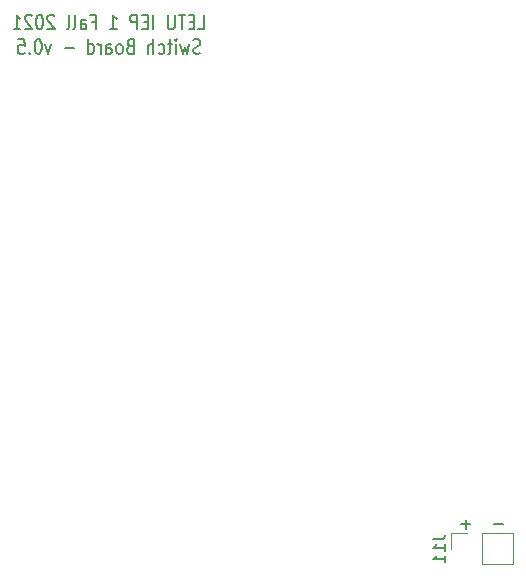
<source format=gbo>
G04 #@! TF.GenerationSoftware,KiCad,Pcbnew,5.1.10*
G04 #@! TF.CreationDate,2021-07-21T04:31:39-05:00*
G04 #@! TF.ProjectId,Power Board,506f7765-7220-4426-9f61-72642e6b6963,rev?*
G04 #@! TF.SameCoordinates,Original*
G04 #@! TF.FileFunction,Legend,Bot*
G04 #@! TF.FilePolarity,Positive*
%FSLAX46Y46*%
G04 Gerber Fmt 4.6, Leading zero omitted, Abs format (unit mm)*
G04 Created by KiCad (PCBNEW 5.1.10) date 2021-07-21 04:31:39*
%MOMM*%
%LPD*%
G01*
G04 APERTURE LIST*
%ADD10C,0.150000*%
%ADD11C,0.200000*%
%ADD12C,0.120000*%
%ADD13C,2.600000*%
%ADD14R,2.600000X2.600000*%
%ADD15O,5.000000X3.200000*%
%ADD16O,4.000000X3.200000*%
%ADD17O,1.700000X1.700000*%
%ADD18R,1.700000X1.700000*%
G04 APERTURE END LIST*
D10*
X76076095Y-174653428D02*
X76838000Y-174653428D01*
X76457047Y-175034380D02*
X76457047Y-174272476D01*
X78838000Y-174653428D02*
X79599904Y-174653428D01*
D11*
X53797619Y-132777976D02*
X54273809Y-132777976D01*
X54273809Y-131527976D01*
X53464285Y-132123214D02*
X53130952Y-132123214D01*
X52988095Y-132777976D02*
X53464285Y-132777976D01*
X53464285Y-131527976D01*
X52988095Y-131527976D01*
X52702380Y-131527976D02*
X52130952Y-131527976D01*
X52416666Y-132777976D02*
X52416666Y-131527976D01*
X51797619Y-131527976D02*
X51797619Y-132539880D01*
X51750000Y-132658928D01*
X51702380Y-132718452D01*
X51607142Y-132777976D01*
X51416666Y-132777976D01*
X51321428Y-132718452D01*
X51273809Y-132658928D01*
X51226190Y-132539880D01*
X51226190Y-131527976D01*
X49988095Y-132777976D02*
X49988095Y-131527976D01*
X49511904Y-132123214D02*
X49178571Y-132123214D01*
X49035714Y-132777976D02*
X49511904Y-132777976D01*
X49511904Y-131527976D01*
X49035714Y-131527976D01*
X48607142Y-132777976D02*
X48607142Y-131527976D01*
X48226190Y-131527976D01*
X48130952Y-131587500D01*
X48083333Y-131647023D01*
X48035714Y-131766071D01*
X48035714Y-131944642D01*
X48083333Y-132063690D01*
X48130952Y-132123214D01*
X48226190Y-132182738D01*
X48607142Y-132182738D01*
X46321428Y-132777976D02*
X46892857Y-132777976D01*
X46607142Y-132777976D02*
X46607142Y-131527976D01*
X46702380Y-131706547D01*
X46797619Y-131825595D01*
X46892857Y-131885119D01*
X44797619Y-132123214D02*
X45130952Y-132123214D01*
X45130952Y-132777976D02*
X45130952Y-131527976D01*
X44654761Y-131527976D01*
X43845238Y-132777976D02*
X43845238Y-132123214D01*
X43892857Y-132004166D01*
X43988095Y-131944642D01*
X44178571Y-131944642D01*
X44273809Y-132004166D01*
X43845238Y-132718452D02*
X43940476Y-132777976D01*
X44178571Y-132777976D01*
X44273809Y-132718452D01*
X44321428Y-132599404D01*
X44321428Y-132480357D01*
X44273809Y-132361309D01*
X44178571Y-132301785D01*
X43940476Y-132301785D01*
X43845238Y-132242261D01*
X43226190Y-132777976D02*
X43321428Y-132718452D01*
X43369047Y-132599404D01*
X43369047Y-131527976D01*
X42702380Y-132777976D02*
X42797619Y-132718452D01*
X42845238Y-132599404D01*
X42845238Y-131527976D01*
X41607142Y-131647023D02*
X41559523Y-131587500D01*
X41464285Y-131527976D01*
X41226190Y-131527976D01*
X41130952Y-131587500D01*
X41083333Y-131647023D01*
X41035714Y-131766071D01*
X41035714Y-131885119D01*
X41083333Y-132063690D01*
X41654761Y-132777976D01*
X41035714Y-132777976D01*
X40416666Y-131527976D02*
X40321428Y-131527976D01*
X40226190Y-131587500D01*
X40178571Y-131647023D01*
X40130952Y-131766071D01*
X40083333Y-132004166D01*
X40083333Y-132301785D01*
X40130952Y-132539880D01*
X40178571Y-132658928D01*
X40226190Y-132718452D01*
X40321428Y-132777976D01*
X40416666Y-132777976D01*
X40511904Y-132718452D01*
X40559523Y-132658928D01*
X40607142Y-132539880D01*
X40654761Y-132301785D01*
X40654761Y-132004166D01*
X40607142Y-131766071D01*
X40559523Y-131647023D01*
X40511904Y-131587500D01*
X40416666Y-131527976D01*
X39702380Y-131647023D02*
X39654761Y-131587500D01*
X39559523Y-131527976D01*
X39321428Y-131527976D01*
X39226190Y-131587500D01*
X39178571Y-131647023D01*
X39130952Y-131766071D01*
X39130952Y-131885119D01*
X39178571Y-132063690D01*
X39750000Y-132777976D01*
X39130952Y-132777976D01*
X38178571Y-132777976D02*
X38750000Y-132777976D01*
X38464285Y-132777976D02*
X38464285Y-131527976D01*
X38559523Y-131706547D01*
X38654761Y-131825595D01*
X38750000Y-131885119D01*
X53964285Y-134793452D02*
X53821428Y-134852976D01*
X53583333Y-134852976D01*
X53488095Y-134793452D01*
X53440476Y-134733928D01*
X53392857Y-134614880D01*
X53392857Y-134495833D01*
X53440476Y-134376785D01*
X53488095Y-134317261D01*
X53583333Y-134257738D01*
X53773809Y-134198214D01*
X53869047Y-134138690D01*
X53916666Y-134079166D01*
X53964285Y-133960119D01*
X53964285Y-133841071D01*
X53916666Y-133722023D01*
X53869047Y-133662500D01*
X53773809Y-133602976D01*
X53535714Y-133602976D01*
X53392857Y-133662500D01*
X53059523Y-134019642D02*
X52869047Y-134852976D01*
X52678571Y-134257738D01*
X52488095Y-134852976D01*
X52297619Y-134019642D01*
X51916666Y-134852976D02*
X51916666Y-134019642D01*
X51916666Y-133602976D02*
X51964285Y-133662500D01*
X51916666Y-133722023D01*
X51869047Y-133662500D01*
X51916666Y-133602976D01*
X51916666Y-133722023D01*
X51583333Y-134019642D02*
X51202380Y-134019642D01*
X51440476Y-133602976D02*
X51440476Y-134674404D01*
X51392857Y-134793452D01*
X51297619Y-134852976D01*
X51202380Y-134852976D01*
X50440476Y-134793452D02*
X50535714Y-134852976D01*
X50726190Y-134852976D01*
X50821428Y-134793452D01*
X50869047Y-134733928D01*
X50916666Y-134614880D01*
X50916666Y-134257738D01*
X50869047Y-134138690D01*
X50821428Y-134079166D01*
X50726190Y-134019642D01*
X50535714Y-134019642D01*
X50440476Y-134079166D01*
X50011904Y-134852976D02*
X50011904Y-133602976D01*
X49583333Y-134852976D02*
X49583333Y-134198214D01*
X49630952Y-134079166D01*
X49726190Y-134019642D01*
X49869047Y-134019642D01*
X49964285Y-134079166D01*
X50011904Y-134138690D01*
X48011904Y-134198214D02*
X47869047Y-134257738D01*
X47821428Y-134317261D01*
X47773809Y-134436309D01*
X47773809Y-134614880D01*
X47821428Y-134733928D01*
X47869047Y-134793452D01*
X47964285Y-134852976D01*
X48345238Y-134852976D01*
X48345238Y-133602976D01*
X48011904Y-133602976D01*
X47916666Y-133662500D01*
X47869047Y-133722023D01*
X47821428Y-133841071D01*
X47821428Y-133960119D01*
X47869047Y-134079166D01*
X47916666Y-134138690D01*
X48011904Y-134198214D01*
X48345238Y-134198214D01*
X47202380Y-134852976D02*
X47297619Y-134793452D01*
X47345238Y-134733928D01*
X47392857Y-134614880D01*
X47392857Y-134257738D01*
X47345238Y-134138690D01*
X47297619Y-134079166D01*
X47202380Y-134019642D01*
X47059523Y-134019642D01*
X46964285Y-134079166D01*
X46916666Y-134138690D01*
X46869047Y-134257738D01*
X46869047Y-134614880D01*
X46916666Y-134733928D01*
X46964285Y-134793452D01*
X47059523Y-134852976D01*
X47202380Y-134852976D01*
X46011904Y-134852976D02*
X46011904Y-134198214D01*
X46059523Y-134079166D01*
X46154761Y-134019642D01*
X46345238Y-134019642D01*
X46440476Y-134079166D01*
X46011904Y-134793452D02*
X46107142Y-134852976D01*
X46345238Y-134852976D01*
X46440476Y-134793452D01*
X46488095Y-134674404D01*
X46488095Y-134555357D01*
X46440476Y-134436309D01*
X46345238Y-134376785D01*
X46107142Y-134376785D01*
X46011904Y-134317261D01*
X45535714Y-134852976D02*
X45535714Y-134019642D01*
X45535714Y-134257738D02*
X45488095Y-134138690D01*
X45440476Y-134079166D01*
X45345238Y-134019642D01*
X45250000Y-134019642D01*
X44488095Y-134852976D02*
X44488095Y-133602976D01*
X44488095Y-134793452D02*
X44583333Y-134852976D01*
X44773809Y-134852976D01*
X44869047Y-134793452D01*
X44916666Y-134733928D01*
X44964285Y-134614880D01*
X44964285Y-134257738D01*
X44916666Y-134138690D01*
X44869047Y-134079166D01*
X44773809Y-134019642D01*
X44583333Y-134019642D01*
X44488095Y-134079166D01*
X43250000Y-134376785D02*
X42488095Y-134376785D01*
X41345238Y-134019642D02*
X41107142Y-134852976D01*
X40869047Y-134019642D01*
X40297619Y-133602976D02*
X40202380Y-133602976D01*
X40107142Y-133662500D01*
X40059523Y-133722023D01*
X40011904Y-133841071D01*
X39964285Y-134079166D01*
X39964285Y-134376785D01*
X40011904Y-134614880D01*
X40059523Y-134733928D01*
X40107142Y-134793452D01*
X40202380Y-134852976D01*
X40297619Y-134852976D01*
X40392857Y-134793452D01*
X40440476Y-134733928D01*
X40488095Y-134614880D01*
X40535714Y-134376785D01*
X40535714Y-134079166D01*
X40488095Y-133841071D01*
X40440476Y-133722023D01*
X40392857Y-133662500D01*
X40297619Y-133602976D01*
X39535714Y-134733928D02*
X39488095Y-134793452D01*
X39535714Y-134852976D01*
X39583333Y-134793452D01*
X39535714Y-134733928D01*
X39535714Y-134852976D01*
X38583333Y-133602976D02*
X39059523Y-133602976D01*
X39107142Y-134198214D01*
X39059523Y-134138690D01*
X38964285Y-134079166D01*
X38726190Y-134079166D01*
X38630952Y-134138690D01*
X38583333Y-134198214D01*
X38535714Y-134317261D01*
X38535714Y-134614880D01*
X38583333Y-134733928D01*
X38630952Y-134793452D01*
X38726190Y-134852976D01*
X38964285Y-134852976D01*
X39059523Y-134793452D01*
X39107142Y-134733928D01*
D12*
X80438000Y-175420000D02*
X80438000Y-178080000D01*
X77838000Y-175420000D02*
X80438000Y-175420000D01*
X77838000Y-178080000D02*
X80438000Y-178080000D01*
X77838000Y-175420000D02*
X77838000Y-178080000D01*
X76568000Y-175420000D02*
X75238000Y-175420000D01*
X75238000Y-175420000D02*
X75238000Y-176750000D01*
D10*
X73690380Y-175940476D02*
X74404666Y-175940476D01*
X74547523Y-175892857D01*
X74642761Y-175797619D01*
X74690380Y-175654761D01*
X74690380Y-175559523D01*
X74690380Y-176940476D02*
X74690380Y-176369047D01*
X74690380Y-176654761D02*
X73690380Y-176654761D01*
X73833238Y-176559523D01*
X73928476Y-176464285D01*
X73976095Y-176369047D01*
X74690380Y-177892857D02*
X74690380Y-177321428D01*
X74690380Y-177607142D02*
X73690380Y-177607142D01*
X73833238Y-177511904D01*
X73928476Y-177416666D01*
X73976095Y-177321428D01*
%LPC*%
D13*
X41000000Y-158250000D03*
D14*
X46000000Y-158250000D03*
D15*
X47500000Y-166050000D03*
X47500000Y-170500000D03*
X47500000Y-174950000D03*
D16*
X59750000Y-141050000D03*
X59750000Y-149950000D03*
X59750000Y-145500000D03*
X55250000Y-149950000D03*
X55250000Y-145500000D03*
X55250000Y-141050000D03*
D13*
X89000000Y-158250000D03*
D14*
X94000000Y-158250000D03*
D17*
X80360000Y-132750000D03*
X77820000Y-132750000D03*
X75280000Y-132750000D03*
X72740000Y-132750000D03*
X70200000Y-132750000D03*
X67660000Y-132750000D03*
X65120000Y-132750000D03*
X62580000Y-132750000D03*
X60040000Y-132750000D03*
D18*
X57500000Y-132750000D03*
D15*
X67500000Y-166050000D03*
X67500000Y-170500000D03*
X67500000Y-174950000D03*
X87500000Y-166050000D03*
X87500000Y-170500000D03*
X87500000Y-174950000D03*
D16*
X72900000Y-149950000D03*
X72900000Y-141050000D03*
X72900000Y-145500000D03*
X77500000Y-141050000D03*
X77500000Y-145500000D03*
X77500000Y-149950000D03*
X82100000Y-149950000D03*
X82100000Y-141050000D03*
X82100000Y-145500000D03*
D17*
X79108000Y-176750000D03*
D18*
X76568000Y-176750000D03*
M02*

</source>
